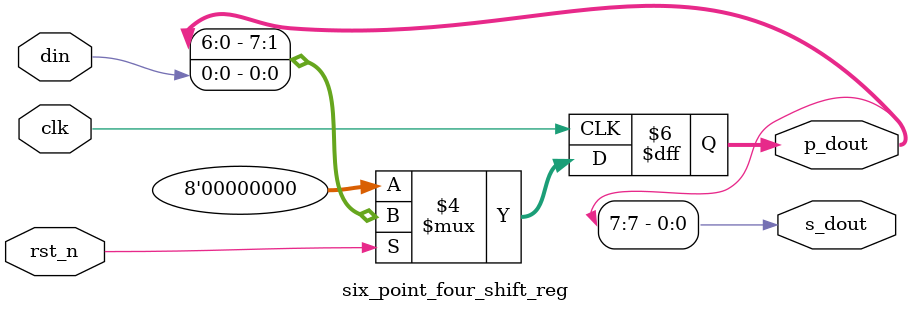
<source format=v>
module six_point_four_shift_reg
( 
input clk, rst_n,  
input din,   // 串入 
output reg [7:0] p_dout, // 并出 
output s_dout // 串出 
); 
always@(posedge clk) begin 
if(!rst_n) p_dout <= 8'h00; 
else begin 
p_dout <= {p_dout[6:0], din}; 
end 
end 
assign s_dout = p_dout[7]; 
endmodule 
</source>
